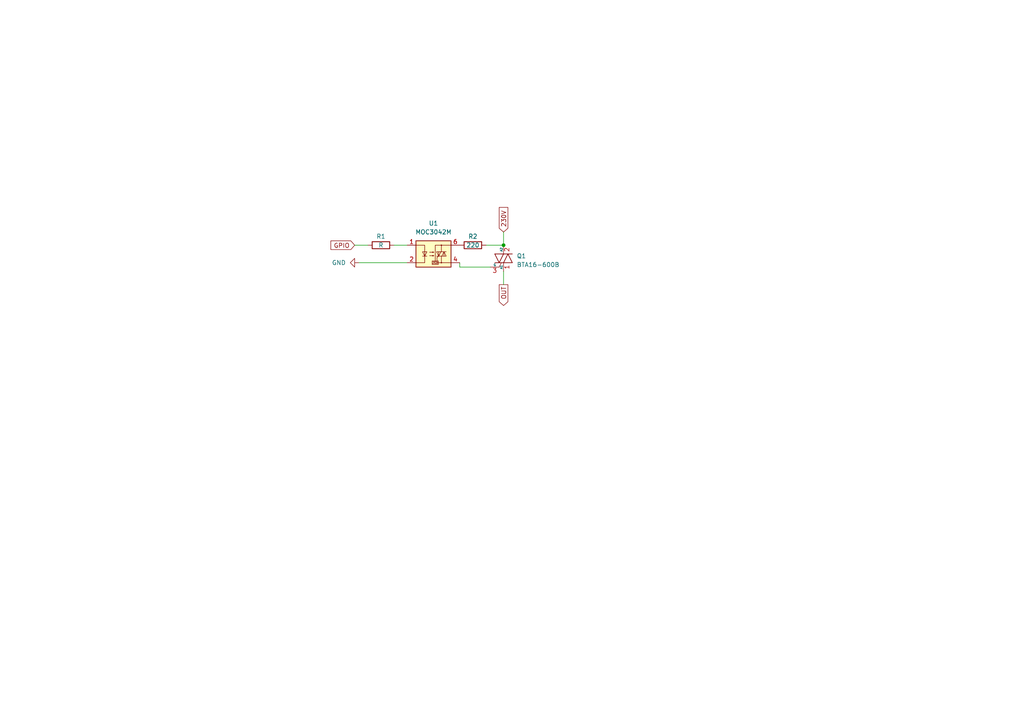
<source format=kicad_sch>
(kicad_sch (version 20230121) (generator eeschema)
  (paper "A4")
  (lib_symbols
    (symbol "Device:R" (pin_numbers hide) (pin_names (offset 0))
      (property "Reference" "R" (at 2.032 0 90))
      (property "Value" "R" (at 0 0 90))
      (symbol "R_0_1"
        (rectangle (start -1.016 -2.54) (end 1.016 2.54) (stroke (width 0.254)))
      )
      (symbol "R_1_1"
        (pin passive line (at 0 3.81 270) (length 1.27) (name "~") (number "1"))
        (pin passive line (at 0 -3.81 90) (length 1.27) (name "~") (number "2"))
      )
    )
    (symbol "Relay_SolidState:MOC3042M"
      (property "Reference" "U" (at -5.08 5.08 0))
      (property "Value" "MOC3042M" (at 0 5.08 0))
      (symbol "MOC3042M_0_0"
        (rectangle (start -0.381 -2.032) (end 1.397 -3.048))
        (polyline (pts (xy 2.286 -2.54) (xy 1.397 -2.54)))
        (polyline (pts (xy 1.524 -0.635) (xy 1.016 -1.016) (xy 1.016 -2.032)))
        (text "ZCD" (at 0.508 -2.54 0) (effects (font (size 0.508 0.508))))
      )
      (symbol "MOC3042M_0_1"
        (rectangle (start -5.08 3.81) (end 5.08 -3.81) (stroke (width 0.254)) (fill (type background)))
        (polyline (pts (xy -3.175 -0.635) (xy -1.905 -0.635)))
        (polyline (pts (xy 1.524 -0.635) (xy 1.524 0.635)))
        (polyline (pts (xy 3.048 0.635) (xy 3.048 -0.635)))
        (polyline (pts (xy 2.286 -0.635) (xy 2.286 -2.54) (xy 5.08 -2.54)))
        (polyline (pts (xy 2.286 0.635) (xy 2.286 2.54) (xy 5.08 2.54)))
        (polyline (pts (xy 2.286 2.54) (xy 0.508 2.54) (xy 0.508 -2.032)))
        (polyline (pts (xy -5.08 2.54) (xy -2.54 2.54) (xy -2.54 -2.54) (xy -5.08 -2.54)))
        (polyline (pts (xy -2.54 -0.635) (xy -3.175 0.635) (xy -1.905 0.635) (xy -2.54 -0.635)))
        (polyline (pts (xy 0.889 -0.635) (xy 3.683 -0.635) (xy 3.048 0.635) (xy 2.413 -0.635)))
        (polyline (pts (xy 3.683 0.635) (xy 0.889 0.635) (xy 1.524 -0.635) (xy 2.159 0.635)))
        (polyline (pts (xy -1.143 -0.508) (xy 0.127 -0.508) (xy -0.254 -0.635) (xy -0.254 -0.381) (xy 0.127 -0.508)))
        (polyline (pts (xy -1.143 0.508) (xy 0.127 0.508) (xy -0.254 0.381) (xy -0.254 0.635) (xy 0.127 0.508)))
        (circle (center 2.286 -2.54) (radius 0.127))
        (circle (center 2.286 2.54) (radius 0.127))
      )
      (symbol "MOC3042M_1_1"
        (pin passive line (at -7.62 2.54 0) (length 2.54) (name "~") (number "1"))
        (pin passive line (at -7.62 -2.54 0) (length 2.54) (name "~") (number "2"))
        (pin no_connect line (at -5.08 0 0) (length 2.54) hide (name "NC") (number "3"))
        (pin passive line (at 7.62 -2.54 180) (length 2.54) (name "~") (number "4"))
        (pin no_connect line (at 5.08 0 180) (length 2.54) hide (name "NC") (number "5"))
        (pin passive line (at 7.62 2.54 180) (length 2.54) (name "~") (number "6"))
      )
    )
    (symbol "Triac_Thyristor:BTA16-600B" (pin_names (offset 0))
      (property "Reference" "Q" (at 5.08 1.905 0))
      (property "Value" "BTA16-600B" (at 5.08 0 0))
      (symbol "BTA16-600B_0_1"
        (polyline (pts (xy -2.54 -1.27) (xy 2.54 -1.27)) (stroke (width 0.2032)))
        (polyline (pts (xy -2.54 1.27) (xy 2.54 1.27)) (stroke (width 0.2032)))
        (polyline (pts (xy -1.27 -2.54) (xy -0.635 -1.27)))
        (polyline (pts (xy -2.54 1.27) (xy -1.27 -1.27) (xy 0 1.27)) (stroke (width 0.2032)))
        (polyline (pts (xy 0 -1.27) (xy 1.27 1.27) (xy 2.54 -1.27)) (stroke (width 0.2032)))
      )
      (symbol "BTA16-600B_1_1"
        (pin passive line (at 0 -3.81 90) (length 2.54) (name "A1") (number "1"))
        (pin passive line (at 0 3.81 270) (length 2.54) (name "A2") (number "2"))
        (pin input line (at -3.81 -2.54 0) (length 2.54) (name "G") (number "3"))
      )
    )
    (symbol "power:GND" (power) (pin_names (offset 0))
      (property "Value" "GND" (at 0 -3.81 0))
      (symbol "GND_0_1"
        (polyline (pts (xy 0 0) (xy 0 -1.27) (xy 1.27 -1.27) (xy 0 -2.54) (xy -1.27 -1.27) (xy 0 -1.27)))
      )
      (symbol "GND_1_1"
        (pin power_in line (at 0 0 270) (length 0) hide (name "GND") (number "1"))
      )
    )
  )
  (junction (at 146.05 71.12))
  (wire (pts (xy 140.97 71.12) (xy 146.05 71.12)))
  (wire (pts (xy 142.24 77.47) (xy 133.35 77.47)))
  (wire (pts (xy 146.05 78.74) (xy 146.05 82.55)))
  (wire (pts (xy 102.87 71.12) (xy 106.68 71.12)))
  (wire (pts (xy 104.14 76.2) (xy 118.11 76.2)))
  (wire (pts (xy 133.35 77.47) (xy 133.35 76.2)))
  (wire (pts (xy 114.3 71.12) (xy 118.11 71.12)))
  (wire (pts (xy 146.05 67.31) (xy 146.05 71.12)))
  (global_label "GPIO" (shape input) (at 102.87 71.12 180) (property "Intersheetrefs" "${INTERSHEET_REFS}" (effects hide)))
  (global_label "230V" (shape input) (at 146.05 67.31 90) (property "Intersheetrefs" "${INTERSHEET_REFS}" (effects hide)))
  (global_label "OUT" (shape output) (at 146.05 82.55 270) (property "Intersheetrefs" "${INTERSHEET_REFS}" (effects hide)))
  (symbol (lib_id "power:GND") (at 104.14 76.2 270) (unit 1)
    (property "Reference" "#PWR01" (effects hide))
    (property "Value" "GND" (at 100.33 76.2 90) (effects (justify right)))
  )
  (symbol (lib_id "Device:R") (at 137.16 71.12 90) (unit 1)
    (property "Reference" "R2" (at 137.16 68.58 90))
    (property "Value" "220" (at 137.16 71.12 90))
    (property "Footprint" "Resistor_THT:R_Axial_DIN0207_L6.3mm_D2.5mm_P10.16mm_Horizontal" (effects hide))
  )
  (symbol (lib_id "Device:R") (at 110.49 71.12 90) (unit 1)
    (property "Reference" "R1" (at 110.49 68.58 90))
    (property "Value" "R" (at 110.49 71.12 90))
  )
  (symbol (lib_id "Relay_SolidState:MOC3042M") (at 125.73 73.66 0) (unit 1)
    (property "Reference" "U1" (at 125.73 64.77 0))
    (property "Value" "MOC3042M" (at 125.73 67.31 0))
    (property "Datasheet" "https://www.onsemi.com/pub/Collateral/MOC3043M-D.pdf" (effects hide))
  )
  (symbol (lib_id "Triac_Thyristor:BTA16-600B") (at 146.05 74.93 0) (unit 1)
    (property "Reference" "Q1" (at 149.86 74.2442 0) (effects (justify left)))
    (property "Value" "BTA16-600B" (at 149.86 76.7842 0) (effects (justify left)))
    (property "Footprint" "Package_TO_SOT_THT:TO-220-3_Vertical" (effects hide))
    (property "Datasheet" "https://www.st.com/resource/en/datasheet/bta16.pdf" (effects hide))
  )
)
</source>
